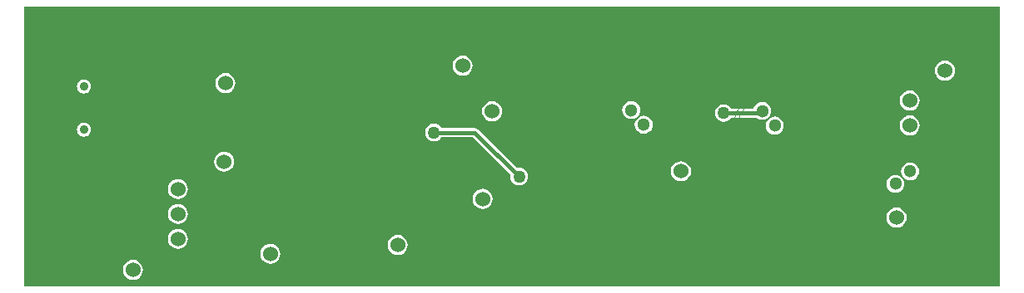
<source format=gbl>
G04 Layer_Physical_Order=2*
G04 Layer_Color=16711680*
%FSLAX43Y43*%
%MOMM*%
G71*
G01*
G75*
%ADD21C,0.381*%
%ADD24C,0.100*%
%ADD25R,0.232X2.616*%
%ADD26C,1.524*%
%ADD27C,1.300*%
%ADD28C,0.900*%
%ADD29C,1.270*%
G36*
X99612Y388D02*
X388D01*
Y28850D01*
X99612D01*
Y388D01*
D02*
G37*
%LPC*%
G36*
X88976Y11732D02*
X88740Y11701D01*
X88520Y11610D01*
X88331Y11465D01*
X88187Y11276D01*
X88095Y11056D01*
X88064Y10820D01*
X88095Y10584D01*
X88187Y10365D01*
X88331Y10176D01*
X88520Y10031D01*
X88740Y9940D01*
X88976Y9909D01*
X89212Y9940D01*
X89432Y10031D01*
X89621Y10176D01*
X89766Y10365D01*
X89857Y10584D01*
X89888Y10820D01*
X89857Y11056D01*
X89766Y11276D01*
X89621Y11465D01*
X89432Y11610D01*
X89212Y11701D01*
X88976Y11732D01*
D02*
G37*
G36*
X16002Y11312D02*
X15737Y11277D01*
X15490Y11174D01*
X15277Y11012D01*
X15115Y10799D01*
X15012Y10552D01*
X14977Y10287D01*
X15012Y10022D01*
X15115Y9775D01*
X15277Y9562D01*
X15490Y9400D01*
X15737Y9297D01*
X16002Y9262D01*
X16267Y9297D01*
X16514Y9400D01*
X16727Y9562D01*
X16889Y9775D01*
X16992Y10022D01*
X17027Y10287D01*
X16992Y10552D01*
X16889Y10799D01*
X16727Y11012D01*
X16514Y11174D01*
X16267Y11277D01*
X16002Y11312D01*
D02*
G37*
G36*
X46989Y10303D02*
X46724Y10268D01*
X46477Y10166D01*
X46265Y10003D01*
X46102Y9791D01*
X45999Y9544D01*
X45964Y9278D01*
X45999Y9013D01*
X46102Y8766D01*
X46265Y8554D01*
X46477Y8391D01*
X46724Y8289D01*
X46989Y8254D01*
X47254Y8289D01*
X47502Y8391D01*
X47714Y8554D01*
X47877Y8766D01*
X47979Y9013D01*
X48014Y9278D01*
X47979Y9544D01*
X47877Y9791D01*
X47714Y10003D01*
X47502Y10166D01*
X47254Y10268D01*
X46989Y10303D01*
D02*
G37*
G36*
X90461Y13002D02*
X90225Y12971D01*
X90005Y12880D01*
X89816Y12735D01*
X89672Y12546D01*
X89580Y12326D01*
X89549Y12090D01*
X89580Y11854D01*
X89672Y11634D01*
X89816Y11446D01*
X90005Y11301D01*
X90225Y11210D01*
X90461Y11179D01*
X90697Y11210D01*
X90917Y11301D01*
X91106Y11446D01*
X91251Y11634D01*
X91342Y11854D01*
X91373Y12090D01*
X91342Y12326D01*
X91251Y12546D01*
X91106Y12735D01*
X90917Y12880D01*
X90697Y12971D01*
X90461Y13002D01*
D02*
G37*
G36*
X67158Y13115D02*
X66892Y13080D01*
X66645Y12978D01*
X66433Y12815D01*
X66270Y12603D01*
X66168Y12356D01*
X66133Y12090D01*
X66168Y11825D01*
X66270Y11578D01*
X66433Y11366D01*
X66645Y11203D01*
X66892Y11101D01*
X67158Y11066D01*
X67423Y11101D01*
X67670Y11203D01*
X67882Y11366D01*
X68045Y11578D01*
X68147Y11825D01*
X68182Y12090D01*
X68147Y12356D01*
X68045Y12603D01*
X67882Y12815D01*
X67670Y12978D01*
X67423Y13080D01*
X67158Y13115D01*
D02*
G37*
G36*
X42037Y16949D02*
X41805Y16919D01*
X41589Y16829D01*
X41403Y16687D01*
X41260Y16501D01*
X41171Y16285D01*
X41140Y16053D01*
X41171Y15821D01*
X41260Y15604D01*
X41403Y15419D01*
X41589Y15276D01*
X41805Y15187D01*
X42037Y15156D01*
X42269Y15187D01*
X42485Y15276D01*
X42671Y15419D01*
X42810Y15600D01*
X46020D01*
X49837Y11783D01*
X49807Y11557D01*
X49838Y11325D01*
X49927Y11109D01*
X50070Y10923D01*
X50256Y10780D01*
X50472Y10691D01*
X50704Y10660D01*
X50936Y10691D01*
X51152Y10780D01*
X51338Y10923D01*
X51481Y11109D01*
X51570Y11325D01*
X51601Y11557D01*
X51570Y11789D01*
X51481Y12005D01*
X51338Y12191D01*
X51152Y12334D01*
X50936Y12423D01*
X50704Y12454D01*
X50478Y12424D01*
X46529Y16373D01*
X46382Y16472D01*
X46208Y16506D01*
X42810D01*
X42671Y16687D01*
X42485Y16829D01*
X42269Y16919D01*
X42037Y16949D01*
D02*
G37*
G36*
X38354Y5597D02*
X38089Y5562D01*
X37842Y5459D01*
X37629Y5297D01*
X37467Y5084D01*
X37364Y4837D01*
X37329Y4572D01*
X37364Y4307D01*
X37467Y4060D01*
X37629Y3847D01*
X37842Y3685D01*
X38089Y3582D01*
X38354Y3547D01*
X38619Y3582D01*
X38866Y3685D01*
X39079Y3847D01*
X39241Y4060D01*
X39344Y4307D01*
X39379Y4572D01*
X39344Y4837D01*
X39241Y5084D01*
X39079Y5297D01*
X38866Y5459D01*
X38619Y5562D01*
X38354Y5597D01*
D02*
G37*
G36*
X25400Y4708D02*
X25135Y4673D01*
X24888Y4570D01*
X24675Y4408D01*
X24513Y4195D01*
X24410Y3948D01*
X24375Y3683D01*
X24410Y3418D01*
X24513Y3171D01*
X24675Y2958D01*
X24888Y2796D01*
X25135Y2693D01*
X25400Y2658D01*
X25665Y2693D01*
X25912Y2796D01*
X26125Y2958D01*
X26287Y3171D01*
X26390Y3418D01*
X26425Y3683D01*
X26390Y3948D01*
X26287Y4195D01*
X26125Y4408D01*
X25912Y4570D01*
X25665Y4673D01*
X25400Y4708D01*
D02*
G37*
G36*
X11430Y3057D02*
X11165Y3022D01*
X10918Y2919D01*
X10705Y2757D01*
X10543Y2544D01*
X10440Y2297D01*
X10405Y2032D01*
X10440Y1767D01*
X10543Y1520D01*
X10705Y1307D01*
X10918Y1145D01*
X11165Y1042D01*
X11430Y1007D01*
X11695Y1042D01*
X11942Y1145D01*
X12155Y1307D01*
X12317Y1520D01*
X12420Y1767D01*
X12455Y2032D01*
X12420Y2297D01*
X12317Y2544D01*
X12155Y2757D01*
X11942Y2919D01*
X11695Y3022D01*
X11430Y3057D01*
D02*
G37*
G36*
X16002Y8772D02*
X15737Y8737D01*
X15490Y8634D01*
X15277Y8472D01*
X15115Y8259D01*
X15012Y8012D01*
X14977Y7747D01*
X15012Y7482D01*
X15115Y7235D01*
X15277Y7022D01*
X15490Y6860D01*
X15737Y6757D01*
X16002Y6722D01*
X16267Y6757D01*
X16514Y6860D01*
X16727Y7022D01*
X16889Y7235D01*
X16992Y7482D01*
X17027Y7747D01*
X16992Y8012D01*
X16889Y8259D01*
X16727Y8472D01*
X16514Y8634D01*
X16267Y8737D01*
X16002Y8772D01*
D02*
G37*
G36*
X89078Y8391D02*
X88813Y8356D01*
X88565Y8253D01*
X88353Y8091D01*
X88190Y7878D01*
X88088Y7631D01*
X88053Y7366D01*
X88088Y7101D01*
X88190Y6854D01*
X88353Y6641D01*
X88565Y6479D01*
X88813Y6376D01*
X89078Y6341D01*
X89343Y6376D01*
X89590Y6479D01*
X89802Y6641D01*
X89965Y6854D01*
X90068Y7101D01*
X90103Y7366D01*
X90068Y7631D01*
X89965Y7878D01*
X89802Y8091D01*
X89590Y8253D01*
X89343Y8356D01*
X89078Y8391D01*
D02*
G37*
G36*
X16002Y6232D02*
X15737Y6197D01*
X15490Y6094D01*
X15277Y5932D01*
X15115Y5719D01*
X15012Y5472D01*
X14977Y5207D01*
X15012Y4942D01*
X15115Y4695D01*
X15277Y4482D01*
X15490Y4320D01*
X15737Y4217D01*
X16002Y4182D01*
X16267Y4217D01*
X16514Y4320D01*
X16727Y4482D01*
X16889Y4695D01*
X16992Y4942D01*
X17027Y5207D01*
X16992Y5472D01*
X16889Y5719D01*
X16727Y5932D01*
X16514Y6094D01*
X16267Y6197D01*
X16002Y6232D01*
D02*
G37*
G36*
X6426Y21442D02*
X6242Y21418D01*
X6071Y21347D01*
X5924Y21234D01*
X5811Y21087D01*
X5740Y20916D01*
X5716Y20732D01*
X5740Y20548D01*
X5811Y20377D01*
X5924Y20230D01*
X6071Y20117D01*
X6242Y20046D01*
X6426Y20022D01*
X6610Y20046D01*
X6781Y20117D01*
X6928Y20230D01*
X7041Y20377D01*
X7112Y20548D01*
X7136Y20732D01*
X7112Y20916D01*
X7041Y21087D01*
X6928Y21234D01*
X6781Y21347D01*
X6610Y21418D01*
X6426Y21442D01*
D02*
G37*
G36*
X75438Y19161D02*
X75202Y19130D01*
X74982Y19039D01*
X74793Y18894D01*
X74648Y18705D01*
X74558Y18487D01*
X72274D01*
X72135Y18668D01*
X71949Y18811D01*
X71733Y18900D01*
X71501Y18931D01*
X71269Y18900D01*
X71053Y18811D01*
X70867Y18668D01*
X70724Y18482D01*
X70635Y18266D01*
X70604Y18034D01*
X70635Y17802D01*
X70724Y17586D01*
X70867Y17400D01*
X71053Y17257D01*
X71269Y17168D01*
X71501Y17137D01*
X71733Y17168D01*
X71949Y17257D01*
X72135Y17400D01*
X72274Y17581D01*
X74824D01*
X74982Y17459D01*
X75202Y17368D01*
X75438Y17337D01*
X75674Y17368D01*
X75894Y17459D01*
X76083Y17604D01*
X76228Y17793D01*
X76319Y18013D01*
X76350Y18249D01*
X76319Y18485D01*
X76228Y18705D01*
X76083Y18894D01*
X75894Y19039D01*
X75674Y19130D01*
X75438Y19161D01*
D02*
G37*
G36*
X90424Y20329D02*
X90159Y20294D01*
X89912Y20191D01*
X89699Y20029D01*
X89537Y19816D01*
X89434Y19569D01*
X89399Y19304D01*
X89434Y19039D01*
X89537Y18792D01*
X89699Y18579D01*
X89912Y18417D01*
X90159Y18314D01*
X90424Y18279D01*
X90689Y18314D01*
X90936Y18417D01*
X91149Y18579D01*
X91311Y18792D01*
X91414Y19039D01*
X91449Y19304D01*
X91414Y19569D01*
X91311Y19816D01*
X91149Y20029D01*
X90936Y20191D01*
X90689Y20294D01*
X90424Y20329D01*
D02*
G37*
G36*
X44958Y23885D02*
X44693Y23850D01*
X44446Y23747D01*
X44233Y23585D01*
X44071Y23372D01*
X43968Y23125D01*
X43933Y22860D01*
X43968Y22595D01*
X44071Y22348D01*
X44233Y22135D01*
X44446Y21973D01*
X44693Y21870D01*
X44958Y21835D01*
X45223Y21870D01*
X45470Y21973D01*
X45683Y22135D01*
X45845Y22348D01*
X45948Y22595D01*
X45983Y22860D01*
X45948Y23125D01*
X45845Y23372D01*
X45683Y23585D01*
X45470Y23747D01*
X45223Y23850D01*
X44958Y23885D01*
D02*
G37*
G36*
X94005Y23377D02*
X93740Y23342D01*
X93493Y23239D01*
X93281Y23077D01*
X93118Y22864D01*
X93016Y22617D01*
X92981Y22352D01*
X93016Y22087D01*
X93118Y21840D01*
X93281Y21627D01*
X93493Y21465D01*
X93740Y21362D01*
X94005Y21327D01*
X94271Y21362D01*
X94518Y21465D01*
X94730Y21627D01*
X94893Y21840D01*
X94995Y22087D01*
X95030Y22352D01*
X94995Y22617D01*
X94893Y22864D01*
X94730Y23077D01*
X94518Y23239D01*
X94271Y23342D01*
X94005Y23377D01*
D02*
G37*
G36*
X20828Y22107D02*
X20563Y22072D01*
X20316Y21969D01*
X20103Y21807D01*
X19941Y21594D01*
X19838Y21347D01*
X19803Y21082D01*
X19838Y20817D01*
X19941Y20570D01*
X20103Y20357D01*
X20316Y20195D01*
X20563Y20092D01*
X20828Y20057D01*
X21093Y20092D01*
X21340Y20195D01*
X21553Y20357D01*
X21715Y20570D01*
X21818Y20817D01*
X21853Y21082D01*
X21818Y21347D01*
X21715Y21594D01*
X21553Y21807D01*
X21340Y21969D01*
X21093Y22072D01*
X20828Y22107D01*
D02*
G37*
G36*
X62103Y19249D02*
X61867Y19218D01*
X61647Y19127D01*
X61458Y18982D01*
X61313Y18793D01*
X61222Y18573D01*
X61191Y18337D01*
X61222Y18101D01*
X61313Y17881D01*
X61458Y17692D01*
X61647Y17547D01*
X61867Y17456D01*
X62103Y17425D01*
X62339Y17456D01*
X62559Y17547D01*
X62748Y17692D01*
X62893Y17881D01*
X62984Y18101D01*
X63015Y18337D01*
X62984Y18573D01*
X62893Y18793D01*
X62748Y18982D01*
X62559Y19127D01*
X62339Y19218D01*
X62103Y19249D01*
D02*
G37*
G36*
X90424Y17789D02*
X90159Y17754D01*
X89912Y17651D01*
X89699Y17489D01*
X89537Y17276D01*
X89434Y17029D01*
X89399Y16764D01*
X89434Y16499D01*
X89537Y16252D01*
X89699Y16039D01*
X89912Y15877D01*
X90159Y15774D01*
X90424Y15739D01*
X90689Y15774D01*
X90936Y15877D01*
X91149Y16039D01*
X91311Y16252D01*
X91414Y16499D01*
X91449Y16764D01*
X91414Y17029D01*
X91311Y17276D01*
X91149Y17489D01*
X90936Y17651D01*
X90689Y17754D01*
X90424Y17789D01*
D02*
G37*
G36*
X6426Y17042D02*
X6242Y17018D01*
X6071Y16947D01*
X5924Y16834D01*
X5811Y16687D01*
X5740Y16516D01*
X5716Y16332D01*
X5740Y16148D01*
X5811Y15977D01*
X5924Y15830D01*
X6071Y15717D01*
X6242Y15646D01*
X6426Y15622D01*
X6610Y15646D01*
X6781Y15717D01*
X6928Y15830D01*
X7041Y15977D01*
X7112Y16148D01*
X7136Y16332D01*
X7112Y16516D01*
X7041Y16687D01*
X6928Y16834D01*
X6781Y16947D01*
X6610Y17018D01*
X6426Y17042D01*
D02*
G37*
G36*
X20701Y14106D02*
X20436Y14071D01*
X20189Y13968D01*
X19976Y13806D01*
X19814Y13593D01*
X19711Y13346D01*
X19676Y13081D01*
X19711Y12816D01*
X19814Y12569D01*
X19976Y12356D01*
X20189Y12194D01*
X20436Y12091D01*
X20701Y12056D01*
X20966Y12091D01*
X21213Y12194D01*
X21426Y12356D01*
X21588Y12569D01*
X21691Y12816D01*
X21726Y13081D01*
X21691Y13346D01*
X21588Y13593D01*
X21426Y13806D01*
X21213Y13968D01*
X20966Y14071D01*
X20701Y14106D01*
D02*
G37*
G36*
X47955Y19237D02*
X47690Y19202D01*
X47443Y19099D01*
X47231Y18936D01*
X47068Y18724D01*
X46965Y18477D01*
X46930Y18212D01*
X46965Y17947D01*
X47068Y17699D01*
X47231Y17487D01*
X47443Y17324D01*
X47690Y17222D01*
X47955Y17187D01*
X48220Y17222D01*
X48468Y17324D01*
X48680Y17487D01*
X48843Y17699D01*
X48945Y17947D01*
X48980Y18212D01*
X48945Y18477D01*
X48843Y18724D01*
X48680Y18936D01*
X48468Y19099D01*
X48220Y19202D01*
X47955Y19237D01*
D02*
G37*
G36*
X63373Y17764D02*
X63137Y17733D01*
X62917Y17642D01*
X62728Y17497D01*
X62583Y17308D01*
X62492Y17088D01*
X62461Y16852D01*
X62492Y16616D01*
X62583Y16396D01*
X62728Y16207D01*
X62917Y16062D01*
X63137Y15971D01*
X63373Y15940D01*
X63609Y15971D01*
X63829Y16062D01*
X64018Y16207D01*
X64163Y16396D01*
X64254Y16616D01*
X64285Y16852D01*
X64254Y17088D01*
X64163Y17308D01*
X64018Y17497D01*
X63829Y17642D01*
X63609Y17733D01*
X63373Y17764D01*
D02*
G37*
G36*
X76708Y17676D02*
X76472Y17645D01*
X76252Y17554D01*
X76063Y17409D01*
X75918Y17220D01*
X75827Y17000D01*
X75796Y16764D01*
X75827Y16528D01*
X75918Y16308D01*
X76063Y16119D01*
X76252Y15974D01*
X76472Y15883D01*
X76708Y15852D01*
X76944Y15883D01*
X77164Y15974D01*
X77353Y16119D01*
X77498Y16308D01*
X77589Y16528D01*
X77620Y16764D01*
X77589Y17000D01*
X77498Y17220D01*
X77353Y17409D01*
X77164Y17554D01*
X76944Y17645D01*
X76708Y17676D01*
D02*
G37*
%LPD*%
D21*
X75223Y18034D02*
X75438Y18249D01*
X71501Y18034D02*
X75223D01*
X46208Y16053D02*
X50704Y11557D01*
X42037Y16053D02*
X46208D01*
D24*
X86541Y13702D02*
G03*
X87369Y14528I2435J-1611D01*
G01*
X91461Y12090D02*
G03*
X91461Y12090I-2485J0D01*
G01*
X60492Y14417D02*
G03*
X59665Y15245I1611J2435D01*
G01*
X64588Y16852D02*
G03*
X64588Y16852I-2485J0D01*
G01*
X73827Y14329D02*
G03*
X73000Y15157I1611J2435D01*
G01*
X77923Y16764D02*
G03*
X77923Y16764I-2485J0D01*
G01*
X30011Y16001D02*
G03*
X30011Y16001I-500J0D01*
G01*
X86513Y15384D02*
X87369Y14528D01*
X85686Y14557D02*
X86513Y15384D01*
X85686Y14557D02*
X86542Y13701D01*
X67083Y17359D02*
X69283D01*
X67083Y18709D02*
X69283D01*
Y17359D02*
Y18709D01*
X67083Y17359D02*
Y18709D01*
X58810Y14389D02*
X59665Y15245D01*
X58810Y14389D02*
X59637Y13562D01*
X60492Y14417D01*
X72145Y14301D02*
X73000Y15157D01*
X72145Y14301D02*
X72972Y13474D01*
X73827Y14329D01*
X73747Y22302D02*
Y24502D01*
X75097Y22302D02*
Y24502D01*
X73747Y22302D02*
X75097D01*
X73747Y24502D02*
X75097D01*
X76922Y22302D02*
Y24502D01*
X78272Y22302D02*
Y24502D01*
X76922Y22302D02*
X78272D01*
X76922Y24502D02*
X78272D01*
X94575Y16625D02*
X95925D01*
X94575Y18725D02*
X95925D01*
X94575Y16625D02*
Y18725D01*
X95925Y16625D02*
Y18725D01*
X56219Y4935D02*
X60519D01*
X56219Y2330D02*
Y4935D01*
X60519Y2330D02*
Y4935D01*
X56219Y2330D02*
X60519D01*
X30387Y18858D02*
X32587D01*
X30387Y20208D02*
X32587D01*
Y18858D02*
Y20208D01*
X30387Y18858D02*
Y20208D01*
X37933Y22810D02*
Y25010D01*
X39283Y22810D02*
Y25010D01*
X37933Y22810D02*
X39283D01*
X37933Y25010D02*
X39283D01*
X26475Y23074D02*
X28675D01*
X26475Y24424D02*
X28675D01*
Y23074D02*
Y24424D01*
X26475Y23074D02*
Y24424D01*
X59564Y6514D02*
X61764D01*
X59564Y7864D02*
X61764D01*
Y6514D02*
Y7864D01*
X59564Y6514D02*
Y7864D01*
X64974Y3008D02*
X67174D01*
X64974Y4358D02*
X67174D01*
Y3008D02*
Y4358D01*
X64974Y3008D02*
Y4358D01*
X54010Y6514D02*
X56210D01*
X54010Y7964D02*
X56210D01*
Y6514D02*
Y7964D01*
X54010Y6514D02*
Y7964D01*
X67083Y23227D02*
X69283D01*
X67083Y21777D02*
X69283D01*
X67083D02*
Y23227D01*
X69283Y21777D02*
Y23227D01*
X80332Y17334D02*
X82532D01*
X80332Y18684D02*
X82532D01*
Y17334D02*
Y18684D01*
X80332Y17334D02*
Y18684D01*
X61555Y22302D02*
Y24502D01*
X62905Y22302D02*
Y24502D01*
X61555Y22302D02*
X62905D01*
X61555Y24502D02*
X62905D01*
X89876Y22302D02*
Y24502D01*
X91226Y22302D02*
Y24502D01*
X89876Y22302D02*
X91226D01*
X89876Y24502D02*
X91226D01*
X25236Y15156D02*
Y17356D01*
X23786Y15156D02*
Y17356D01*
X25236D01*
X23786Y15156D02*
X25236D01*
X28611Y11801D02*
X33111D01*
X28611Y16901D02*
X33111D01*
Y11801D02*
Y16901D01*
X28611Y11801D02*
Y16901D01*
X21426Y8409D02*
Y10609D01*
X19976Y8409D02*
Y10609D01*
X21426D01*
X19976Y8409D02*
X21426D01*
X23300Y9334D02*
X25500D01*
X23300Y7884D02*
X25500D01*
X23300D02*
Y9334D01*
X25500Y7884D02*
Y9334D01*
X28615Y8264D02*
Y10464D01*
X27265Y8264D02*
Y10464D01*
X28615D01*
X27265Y8264D02*
X28615D01*
X40804Y22810D02*
Y25010D01*
X42254Y22810D02*
Y25010D01*
X40804Y22810D02*
X42254D01*
X40804Y25010D02*
X42254D01*
X37048Y16003D02*
Y18203D01*
X35698Y16003D02*
Y18203D01*
X37048D01*
X35698Y16003D02*
X37048D01*
X36489Y22810D02*
Y25010D01*
X35139Y22810D02*
Y25010D01*
X36489D01*
X35139Y22810D02*
X36489D01*
X40299Y16003D02*
Y18203D01*
X38949Y16003D02*
Y18203D01*
X40299D01*
X38949Y16003D02*
X40299D01*
X51379Y7039D02*
Y9239D01*
X50029Y7039D02*
Y9239D01*
X51379D01*
X50029Y7039D02*
X51379D01*
X37755Y9355D02*
Y11555D01*
X39205Y9355D02*
Y11555D01*
X37755Y9355D02*
X39205D01*
X37755Y11555D02*
X39205D01*
X41949Y9355D02*
Y11555D01*
X40599Y9355D02*
Y11555D01*
X41949D01*
X40599Y9355D02*
X41949D01*
X45124D02*
Y11555D01*
X43774Y9355D02*
Y11555D01*
X45124D01*
X43774Y9355D02*
X45124D01*
D25*
X60372Y3620D02*
D03*
D26*
X44958Y22860D02*
D03*
X90424Y16764D02*
D03*
Y19304D02*
D03*
X67158Y12090D02*
D03*
X20701Y13081D02*
D03*
Y15621D02*
D03*
X20828Y18542D02*
D03*
Y21082D02*
D03*
X89078Y7366D02*
D03*
X46989Y9278D02*
D03*
X94005Y22352D02*
D03*
X16002Y5207D02*
D03*
Y7747D02*
D03*
Y10287D02*
D03*
X11430Y2032D02*
D03*
X25400Y3683D02*
D03*
X47955Y18212D02*
D03*
X38354Y4572D02*
D03*
D27*
X90461Y12090D02*
D03*
X88976Y10820D02*
D03*
X87491Y12090D02*
D03*
X62103Y18337D02*
D03*
X63373Y16852D02*
D03*
X62103Y15367D02*
D03*
X75438Y18249D02*
D03*
X76708Y16764D02*
D03*
X75438Y15279D02*
D03*
D28*
X6426Y20732D02*
D03*
Y16332D02*
D03*
D29*
X61722Y9652D02*
D03*
X37973Y14859D02*
D03*
X41275Y13335D02*
D03*
X38608Y26543D02*
D03*
X4064Y21463D02*
D03*
X71501Y18034D02*
D03*
X50704Y11557D02*
D03*
X42037Y16053D02*
D03*
M02*

</source>
